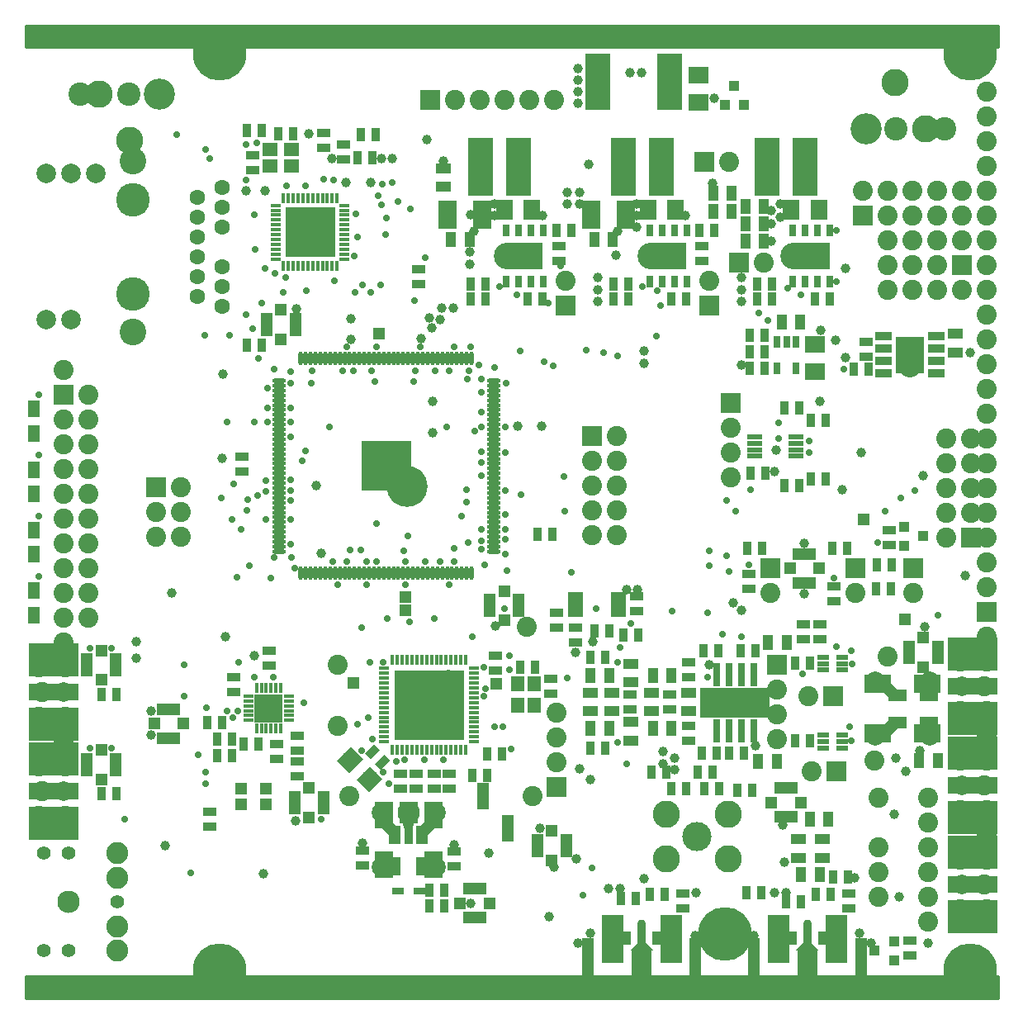
<source format=gts>
G04 #@! TF.GenerationSoftware,KiCad,Pcbnew,5.0.2-bee76a0~70~ubuntu16.04.1*
G04 #@! TF.CreationDate,2019-02-17T19:23:46-08:00*
G04 #@! TF.ProjectId,hermeslite,6865726d-6573-46c6-9974-652e6b696361,2.0-build8*
G04 #@! TF.SameCoordinates,PX42c1d80PY2625a00*
G04 #@! TF.FileFunction,Soldermask,Top*
G04 #@! TF.FilePolarity,Negative*
%FSLAX46Y46*%
G04 Gerber Fmt 4.6, Leading zero omitted, Abs format (unit mm)*
G04 Created by KiCad (PCBNEW 5.0.2-bee76a0~70~ubuntu16.04.1) date Sun 17 Feb 2019 07:23:46 PM PST*
%MOMM*%
%LPD*%
G01*
G04 APERTURE LIST*
%ADD10C,0.700000*%
%ADD11C,2.500000*%
%ADD12R,5.200000X5.200000*%
%ADD13R,0.450000X1.000000*%
%ADD14R,1.000000X0.450000*%
%ADD15R,2.100000X4.480000*%
%ADD16C,0.725000*%
%ADD17C,0.100000*%
%ADD18R,0.900000X1.600000*%
%ADD19R,1.100000X1.450000*%
%ADD20R,1.200000X4.200000*%
%ADD21R,2.200000X5.000000*%
%ADD22O,0.900000X1.600000*%
%ADD23R,12.200000X2.400000*%
%ADD24C,4.200000*%
%ADD25O,0.480000X1.400000*%
%ADD26O,1.400000X0.480000*%
%ADD27C,2.050000*%
%ADD28C,2.000000*%
%ADD29R,5.200000X3.500000*%
%ADD30R,5.200000X1.800000*%
%ADD31C,1.000000*%
%ADD32R,1.343000X0.835000*%
%ADD33C,1.900000*%
%ADD34R,1.200000X1.200000*%
%ADD35R,3.000000X3.000000*%
%ADD36C,3.200000*%
%ADD37R,2.700000X2.700000*%
%ADD38R,7.200000X7.200000*%
%ADD39R,0.800000X2.400000*%
%ADD40R,7.200000X3.140000*%
%ADD41R,0.710000X1.300000*%
%ADD42R,3.700000X2.800000*%
%ADD43C,2.700000*%
%ADD44R,2.050000X2.050000*%
%ADD45R,0.835000X1.343000*%
%ADD46R,1.550000X0.600000*%
%ADD47R,1.597000X1.089000*%
%ADD48R,2.600000X5.900000*%
%ADD49R,1.800000X2.000000*%
%ADD50R,1.089000X1.597000*%
%ADD51R,2.500000X5.800000*%
%ADD52R,1.200000X0.600000*%
%ADD53R,1.400000X1.600000*%
%ADD54C,0.835000*%
%ADD55R,1.978000X2.994000*%
%ADD56C,1.600000*%
%ADD57C,3.450000*%
%ADD58C,2.740000*%
%ADD59R,1.700000X0.850000*%
%ADD60R,2.900000X3.800000*%
%ADD61C,2.200000*%
%ADD62R,1.000000X1.100000*%
%ADD63R,1.100000X1.000000*%
%ADD64R,2.000000X1.800000*%
%ADD65R,1.600000X0.500000*%
%ADD66R,0.800000X1.250000*%
%ADD67C,5.500000*%
%ADD68C,1.800000*%
%ADD69R,1.850000X2.740000*%
%ADD70C,1.391444*%
%ADD71R,1.215000X1.850000*%
%ADD72R,0.960000X1.850000*%
%ADD73C,1.200000*%
%ADD74R,1.850000X2.200000*%
%ADD75C,2.300000*%
%ADD76C,2.800000*%
%ADD77C,3.000000*%
%ADD78R,2.740000X1.850000*%
%ADD79R,1.850000X1.215000*%
%ADD80R,1.600000X1.400000*%
%ADD81R,1.200760X0.799440*%
%ADD82R,1.300000X1.800000*%
%ADD83R,1.250000X2.400000*%
%ADD84R,2.400000X1.250000*%
%ADD85C,2.400000*%
%ADD86C,1.400000*%
%ADD87C,2.250000*%
%ADD88R,1.200000X2.710000*%
%ADD89R,1.280000X1.240000*%
%ADD90C,0.700000*%
%ADD91C,0.700000*%
%ADD92C,0.000000*%
%ADD93C,0.000000*%
%ADD94C,0.254000*%
G04 APERTURE END LIST*
D10*
G04 #@! TO.C,U4*
X27216525Y-20615000D03*
X27216525Y-23415000D03*
D11*
X30616525Y-22615000D03*
D12*
X29316525Y-21315000D03*
D13*
X26566525Y-17815000D03*
X27066525Y-17815000D03*
X27566525Y-17815000D03*
X28066525Y-17815000D03*
X28566525Y-17815000D03*
X29066525Y-17815000D03*
X29566525Y-17815000D03*
X30066525Y-17815000D03*
X30566525Y-17815000D03*
X31066525Y-17815000D03*
X31566525Y-17815000D03*
X32066525Y-17815000D03*
D14*
X32816525Y-18565000D03*
X32816525Y-19065000D03*
X32816525Y-19565000D03*
X32816525Y-20065000D03*
X32816525Y-20565000D03*
X32816525Y-21065000D03*
X32816525Y-21565000D03*
X32816525Y-22065000D03*
X32816525Y-22565000D03*
X32816525Y-23065000D03*
X32816525Y-23565000D03*
X32816525Y-24065000D03*
D13*
X32066525Y-24815000D03*
X31566525Y-24815000D03*
X31066525Y-24815000D03*
X30566525Y-24815000D03*
X30066525Y-24815000D03*
X29566525Y-24815000D03*
X29066525Y-24815000D03*
X28566525Y-24815000D03*
X28066525Y-24815000D03*
X27566525Y-24815000D03*
X27066525Y-24815000D03*
X26566525Y-24815000D03*
D14*
X25816525Y-24065000D03*
X25816525Y-23565000D03*
X25816525Y-23065000D03*
X25816525Y-22565000D03*
X25816525Y-22065000D03*
X25816525Y-21565000D03*
X25816525Y-21065000D03*
X25816525Y-20565000D03*
X25816525Y-20065000D03*
X25816525Y-19565000D03*
X25816525Y-19065000D03*
X25816525Y-18565000D03*
D10*
X30016525Y-20615000D03*
X31416525Y-20615000D03*
X28616525Y-19215000D03*
X30016525Y-19215000D03*
X28616525Y-22015000D03*
X28616525Y-23415000D03*
X31416525Y-19215000D03*
X27216525Y-19215000D03*
X28616525Y-20615000D03*
X27216525Y-22015000D03*
G04 #@! TD*
D15*
G04 #@! TO.C,Q3*
X80300000Y-97000000D03*
D16*
X80300000Y-94600000D03*
D17*
G36*
X79108579Y-94962500D02*
X79833579Y-94237500D01*
X80766421Y-94237500D01*
X81491421Y-94962500D01*
X79108579Y-94962500D01*
X79108579Y-94962500D01*
G37*
D18*
X80300000Y-93700000D03*
D19*
X81900000Y-93700000D03*
D20*
X74800000Y-95800000D03*
X85800000Y-95800000D03*
D21*
X77300000Y-93800000D03*
X83300000Y-93800000D03*
D22*
X80300000Y-92600000D03*
D19*
X78700000Y-93700000D03*
D23*
X80300000Y-98700000D03*
D10*
X85000000Y-98000000D03*
X80300000Y-94500000D03*
X81000000Y-95000000D03*
X79600000Y-95000000D03*
X80300000Y-95500000D03*
X80300000Y-96500000D03*
X79600000Y-96000000D03*
X81000000Y-96000000D03*
X80300000Y-97500000D03*
X79600000Y-97000000D03*
X81000000Y-97000000D03*
X80300000Y-98500000D03*
X84000000Y-98000000D03*
X83000000Y-98000000D03*
X82000000Y-98000000D03*
X81000000Y-98000000D03*
X81000000Y-99000000D03*
X82000000Y-99000000D03*
X83000000Y-99000000D03*
X84000000Y-99000000D03*
X85000000Y-99000000D03*
X79600000Y-99000000D03*
X78600000Y-99000000D03*
X77600000Y-99000000D03*
X76600000Y-99000000D03*
X75600000Y-99000000D03*
X75600000Y-98000000D03*
X76600000Y-98000000D03*
X77600000Y-98000000D03*
X78600000Y-98000000D03*
X79600000Y-98000000D03*
G04 #@! TD*
D15*
G04 #@! TO.C,Q4*
X63300000Y-97000000D03*
D16*
X63300000Y-94600000D03*
D17*
G36*
X62108579Y-94962500D02*
X62833579Y-94237500D01*
X63766421Y-94237500D01*
X64491421Y-94962500D01*
X62108579Y-94962500D01*
X62108579Y-94962500D01*
G37*
D18*
X63300000Y-93700000D03*
D19*
X64900000Y-93700000D03*
D20*
X57800000Y-95800000D03*
X68800000Y-95800000D03*
D21*
X60300000Y-93800000D03*
X66300000Y-93800000D03*
D22*
X63300000Y-92600000D03*
D19*
X61700000Y-93700000D03*
D23*
X63300000Y-98700000D03*
D10*
X68000000Y-98000000D03*
X63300000Y-94500000D03*
X64000000Y-95000000D03*
X62600000Y-95000000D03*
X63300000Y-95500000D03*
X63300000Y-96500000D03*
X62600000Y-96000000D03*
X64000000Y-96000000D03*
X63300000Y-97500000D03*
X62600000Y-97000000D03*
X64000000Y-97000000D03*
X63300000Y-98500000D03*
X67000000Y-98000000D03*
X66000000Y-98000000D03*
X65000000Y-98000000D03*
X64000000Y-98000000D03*
X64000000Y-99000000D03*
X65000000Y-99000000D03*
X66000000Y-99000000D03*
X67000000Y-99000000D03*
X68000000Y-99000000D03*
X62600000Y-99000000D03*
X61600000Y-99000000D03*
X60600000Y-99000000D03*
X59600000Y-99000000D03*
X58600000Y-99000000D03*
X58600000Y-98000000D03*
X59600000Y-98000000D03*
X60600000Y-98000000D03*
X61600000Y-98000000D03*
X62600000Y-98000000D03*
G04 #@! TD*
G04 #@! TO.C,U2*
X35600000Y-46800000D03*
D12*
X37100000Y-45300000D03*
D24*
X39200000Y-47400000D03*
D25*
X45850000Y-56300000D03*
X45350000Y-56300000D03*
X44850000Y-56300000D03*
X44350000Y-56300000D03*
X43850000Y-56300000D03*
X43350000Y-56300000D03*
X42850000Y-56300000D03*
X42350000Y-56300000D03*
X41850000Y-56300000D03*
X41350000Y-56300000D03*
X40850000Y-56300000D03*
X40350000Y-56300000D03*
X39850000Y-56300000D03*
X39350000Y-56300000D03*
X38850000Y-56300000D03*
X38350000Y-56300000D03*
X37850000Y-56300000D03*
X37350000Y-56300000D03*
X36850000Y-56300000D03*
X36350000Y-56300000D03*
X35850000Y-56300000D03*
X35350000Y-56300000D03*
X34850000Y-56300000D03*
X34350000Y-56300000D03*
X33850000Y-56300000D03*
X33350000Y-56300000D03*
X32850000Y-56300000D03*
X32350000Y-56300000D03*
X31850000Y-56300000D03*
X31350000Y-56300000D03*
X30850000Y-56300000D03*
X30350000Y-56300000D03*
X29850000Y-56300000D03*
X29350000Y-56300000D03*
X28850000Y-56300000D03*
X28350000Y-56300000D03*
D26*
X26100000Y-54050000D03*
X26100000Y-53550000D03*
X26100000Y-53050000D03*
X26100000Y-52550000D03*
X26100000Y-52050000D03*
X26100000Y-51550000D03*
X26100000Y-51050000D03*
X26100000Y-50550000D03*
X26100000Y-50050000D03*
X26100000Y-49550000D03*
X26100000Y-49050000D03*
X26100000Y-48550000D03*
X26100000Y-48050000D03*
X26100000Y-47550000D03*
X26100000Y-47050000D03*
X26100000Y-46550000D03*
X26100000Y-46050000D03*
X26100000Y-45550000D03*
X26100000Y-45050000D03*
X26100000Y-44550000D03*
X26100000Y-44050000D03*
X26100000Y-43550000D03*
X26100000Y-43050000D03*
X26100000Y-42550000D03*
X26100000Y-42050000D03*
X26100000Y-41550000D03*
X26100000Y-41050000D03*
X26100000Y-40550000D03*
X26100000Y-40050000D03*
X26100000Y-39550000D03*
X26100000Y-39050000D03*
X26100000Y-38550000D03*
X26100000Y-38050000D03*
X26100000Y-37550000D03*
X26100000Y-37050000D03*
X26100000Y-36550000D03*
D25*
X28350000Y-34300000D03*
X28850000Y-34300000D03*
X29350000Y-34300000D03*
X29850000Y-34300000D03*
X30350000Y-34300000D03*
X30850000Y-34300000D03*
X31350000Y-34300000D03*
X31850000Y-34300000D03*
X32350000Y-34300000D03*
X32850000Y-34300000D03*
X33350000Y-34300000D03*
X33850000Y-34300000D03*
X34350000Y-34300000D03*
X34850000Y-34300000D03*
X35350000Y-34300000D03*
X35850000Y-34300000D03*
X36350000Y-34300000D03*
X36850000Y-34300000D03*
X37350000Y-34300000D03*
X37850000Y-34300000D03*
X38350000Y-34300000D03*
X38850000Y-34300000D03*
X39350000Y-34300000D03*
X39850000Y-34300000D03*
X40350000Y-34300000D03*
X40850000Y-34300000D03*
X41350000Y-34300000D03*
X41850000Y-34300000D03*
X42350000Y-34300000D03*
X42850000Y-34300000D03*
X43350000Y-34300000D03*
X43850000Y-34300000D03*
X44350000Y-34300000D03*
X44850000Y-34300000D03*
X45350000Y-34300000D03*
X45850000Y-34300000D03*
D26*
X48100000Y-36550000D03*
X48100000Y-37050000D03*
X48100000Y-37550000D03*
X48100000Y-38050000D03*
X48100000Y-38550000D03*
X48100000Y-39050000D03*
X48100000Y-39550000D03*
X48100000Y-40050000D03*
X48100000Y-40550000D03*
X48100000Y-41050000D03*
X48100000Y-41550000D03*
X48100000Y-42050000D03*
X48100000Y-42550000D03*
X48100000Y-43050000D03*
X48100000Y-43550000D03*
X48100000Y-44050000D03*
X48100000Y-44550000D03*
X48100000Y-45050000D03*
X48100000Y-45550000D03*
X48100000Y-46050000D03*
X48100000Y-46550000D03*
X48100000Y-47050000D03*
X48100000Y-47550000D03*
X48100000Y-48050000D03*
X48100000Y-48550000D03*
X48100000Y-49050000D03*
X48100000Y-49550000D03*
X48100000Y-50050000D03*
X48100000Y-50550000D03*
X48100000Y-51050000D03*
X48100000Y-51550000D03*
X48100000Y-52050000D03*
X48100000Y-52550000D03*
X48100000Y-53050000D03*
X48100000Y-53550000D03*
X48100000Y-54050000D03*
D10*
X37100000Y-43800000D03*
X35600000Y-43800000D03*
X38600000Y-45300000D03*
X35600000Y-45300000D03*
X37100000Y-45300000D03*
X37100000Y-46800000D03*
X38600000Y-43800000D03*
G04 #@! TD*
D27*
G04 #@! TO.C,RF2*
X98700000Y-83120000D03*
D28*
X96160000Y-88200000D03*
D27*
X96005000Y-85660000D03*
X96005000Y-90740000D03*
X98700000Y-90740000D03*
X98700000Y-85660000D03*
X98415000Y-88200000D03*
D29*
X97200000Y-84900000D03*
X97200000Y-91500000D03*
D30*
X97200000Y-88200000D03*
G04 #@! TD*
D27*
G04 #@! TO.C,RF3*
X98700000Y-72960000D03*
D28*
X96160000Y-78040000D03*
D27*
X96005000Y-75500000D03*
X96005000Y-80580000D03*
X98700000Y-80580000D03*
X98700000Y-75500000D03*
X98415000Y-78040000D03*
D29*
X97200000Y-74740000D03*
X97200000Y-81340000D03*
D30*
X97200000Y-78040000D03*
G04 #@! TD*
D27*
G04 #@! TO.C,RF1*
X98700000Y-62800000D03*
D28*
X96160000Y-67880000D03*
D27*
X96005000Y-65340000D03*
X96005000Y-70420000D03*
X98700000Y-70420000D03*
X98700000Y-65340000D03*
X98415000Y-67880000D03*
D29*
X97200000Y-64580000D03*
X97200000Y-71180000D03*
D30*
X97200000Y-67880000D03*
G04 #@! TD*
D28*
G04 #@! TO.C,CL2*
X4040000Y-68440000D03*
D27*
X4195000Y-70980000D03*
X4195000Y-65900000D03*
X1500000Y-65900000D03*
X1500000Y-70980000D03*
X1785000Y-68440000D03*
D29*
X3000000Y-71740000D03*
X3000000Y-65140000D03*
D30*
X3000000Y-68440000D03*
D27*
X4040000Y-63360000D03*
G04 #@! TD*
D28*
G04 #@! TO.C,CL1*
X4040000Y-78600000D03*
D27*
X4195000Y-81140000D03*
X4195000Y-76060000D03*
X1500000Y-76060000D03*
X1500000Y-81140000D03*
X1785000Y-78600000D03*
D29*
X3000000Y-81900000D03*
X3000000Y-75300000D03*
D30*
X3000000Y-78600000D03*
D27*
X4040000Y-73520000D03*
G04 #@! TD*
D31*
G04 #@! TO.C,GT1*
X20400000Y-35900000D03*
G04 #@! TD*
D32*
G04 #@! TO.C,R45*
X25100000Y-64238000D03*
X25100000Y-65762000D03*
G04 #@! TD*
D33*
G04 #@! TO.C,U6*
X24555000Y-70620715D03*
D10*
X26055000Y-71120715D03*
X26055000Y-69120715D03*
X26055000Y-70220715D03*
X24955000Y-69120715D03*
X24055000Y-69120715D03*
D34*
X25755000Y-69420715D03*
X25755000Y-70820715D03*
X24355000Y-69420715D03*
D13*
X23805000Y-72220715D03*
X24305000Y-72220715D03*
X24805000Y-72220715D03*
X25305000Y-72220715D03*
X25805000Y-72220715D03*
X26305000Y-72220715D03*
D14*
X27155000Y-71370715D03*
X27155000Y-70870715D03*
X27155000Y-70370715D03*
X27155000Y-69870715D03*
X27155000Y-69370715D03*
X27155000Y-68870715D03*
D13*
X26305000Y-68020715D03*
X25805000Y-68020715D03*
X25305000Y-68020715D03*
X24805000Y-68020715D03*
X24305000Y-68020715D03*
X23805000Y-68020715D03*
D14*
X22955000Y-68870715D03*
X22955000Y-69370715D03*
X22955000Y-69870715D03*
X22955000Y-70370715D03*
X22955000Y-70870715D03*
X22955000Y-71370715D03*
D35*
X25055000Y-70120715D03*
D34*
X24355000Y-70820715D03*
D10*
X25555000Y-69620715D03*
G04 #@! TD*
D36*
G04 #@! TO.C,U7*
X43500000Y-67800000D03*
D10*
X44500000Y-72800000D03*
X44500000Y-71300000D03*
X43000000Y-72800000D03*
X43000000Y-71300000D03*
X38500000Y-72800000D03*
X40000000Y-72800000D03*
X40000000Y-66800000D03*
X38500000Y-66800000D03*
X38500000Y-68300000D03*
X40000000Y-68300000D03*
X40000000Y-71300000D03*
X38500000Y-71300000D03*
X38500000Y-69800000D03*
X40000000Y-69800000D03*
X44500000Y-69800000D03*
X43000000Y-69800000D03*
X41500000Y-66800000D03*
X41500000Y-68300000D03*
X41500000Y-72800000D03*
X41500000Y-71300000D03*
D37*
X43250000Y-71550000D03*
X39750000Y-71550000D03*
X39750000Y-68050000D03*
D13*
X45250000Y-65200000D03*
X44750000Y-65200000D03*
X44250000Y-65200000D03*
X43750000Y-65200000D03*
X43250000Y-65200000D03*
X42750000Y-65200000D03*
X42250000Y-65200000D03*
X41750000Y-65200000D03*
X41250000Y-65200000D03*
X40750000Y-65200000D03*
X40250000Y-65200000D03*
X39750000Y-65200000D03*
X39250000Y-65200000D03*
X38750000Y-65200000D03*
X38250000Y-65200000D03*
X37750000Y-65200000D03*
D14*
X36900000Y-66050000D03*
X36900000Y-66550000D03*
X36900000Y-67050000D03*
X36900000Y-67550000D03*
X36900000Y-68050000D03*
X36900000Y-68550000D03*
X36900000Y-69050000D03*
X36900000Y-69550000D03*
X36900000Y-70050000D03*
X36900000Y-70550000D03*
X36900000Y-71050000D03*
X36900000Y-71550000D03*
X36900000Y-72050000D03*
X36900000Y-72550000D03*
X36900000Y-73050000D03*
X36900000Y-73550000D03*
D13*
X37750000Y-74400000D03*
X38250000Y-74400000D03*
X38750000Y-74400000D03*
X39250000Y-74400000D03*
X39750000Y-74400000D03*
X40250000Y-74400000D03*
X40750000Y-74400000D03*
X41250000Y-74400000D03*
X41750000Y-74400000D03*
X42250000Y-74400000D03*
X42750000Y-74400000D03*
X43250000Y-74400000D03*
X43750000Y-74400000D03*
X44250000Y-74400000D03*
X44750000Y-74400000D03*
X45250000Y-74400000D03*
D14*
X46100000Y-73550000D03*
X46100000Y-73050000D03*
X46100000Y-72550000D03*
X46100000Y-72050000D03*
X46100000Y-71550000D03*
X46100000Y-71050000D03*
X46100000Y-70550000D03*
X46100000Y-70050000D03*
X46100000Y-69550000D03*
X46100000Y-69050000D03*
X46100000Y-68550000D03*
X46100000Y-68050000D03*
X46100000Y-67550000D03*
X46100000Y-67050000D03*
X46100000Y-66550000D03*
X46100000Y-66050000D03*
D38*
X41500000Y-69800000D03*
D37*
X43250000Y-68050000D03*
D10*
X41500000Y-69800000D03*
G04 #@! TD*
G04 #@! TO.C,U9*
X71395000Y-70325000D03*
X74395000Y-70325000D03*
X71395000Y-68825000D03*
D33*
X74700000Y-68950000D03*
D10*
X72895000Y-70325000D03*
D39*
X74800000Y-66700000D03*
X73530000Y-66700000D03*
X72260000Y-66700000D03*
X70990000Y-66700000D03*
X70990000Y-72450000D03*
X72260000Y-72450000D03*
X73530000Y-72450000D03*
X74800000Y-72450000D03*
D40*
X72895000Y-69575000D03*
D10*
X72895000Y-68825000D03*
G04 #@! TD*
G04 #@! TO.C,U16*
X52500000Y-23750000D03*
D41*
X49395000Y-21100000D03*
X49395000Y-26400000D03*
X50665000Y-21100000D03*
X50665000Y-26400000D03*
X51935000Y-21100000D03*
X51935000Y-26400000D03*
X53205000Y-21100000D03*
X53205000Y-26400000D03*
D42*
X51300000Y-23750000D03*
D43*
X49500000Y-23750000D03*
D10*
X51500000Y-23750000D03*
G04 #@! TD*
G04 #@! TO.C,U3*
X67200000Y-23750000D03*
D41*
X64095000Y-21100000D03*
X64095000Y-26400000D03*
X65365000Y-21100000D03*
X65365000Y-26400000D03*
X66635000Y-21100000D03*
X66635000Y-26400000D03*
X67905000Y-21100000D03*
X67905000Y-26400000D03*
D42*
X66000000Y-23750000D03*
D43*
X64200000Y-23750000D03*
D10*
X66200000Y-23750000D03*
G04 #@! TD*
G04 #@! TO.C,U8*
X81900000Y-23750000D03*
D41*
X78795000Y-21100000D03*
X78795000Y-26400000D03*
X80065000Y-21100000D03*
X80065000Y-26400000D03*
X81335000Y-21100000D03*
X81335000Y-26400000D03*
X82605000Y-21100000D03*
X82605000Y-26400000D03*
D42*
X80700000Y-23750000D03*
D43*
X78900000Y-23750000D03*
D10*
X80900000Y-23750000D03*
G04 #@! TD*
D44*
G04 #@! TO.C,CN10*
X76500000Y-55800000D03*
D27*
X76500000Y-58340000D03*
G04 #@! TD*
D44*
G04 #@! TO.C,CN9*
X85200000Y-55800000D03*
D27*
X85200000Y-58340000D03*
G04 #@! TD*
D44*
G04 #@! TO.C,CN8*
X91100000Y-55800000D03*
D27*
X91100000Y-58340000D03*
G04 #@! TD*
D32*
G04 #@! TO.C,C80*
X74300000Y-56338000D03*
X74300000Y-57862000D03*
G04 #@! TD*
G04 #@! TO.C,C79*
X83000000Y-57638000D03*
X83000000Y-59162000D03*
G04 #@! TD*
D45*
G04 #@! TO.C,C47*
X87338000Y-57900000D03*
X88862000Y-57900000D03*
G04 #@! TD*
G04 #@! TO.C,C83*
X79462000Y-47300000D03*
X77938000Y-47300000D03*
G04 #@! TD*
G04 #@! TO.C,C82*
X79462000Y-39300000D03*
X77938000Y-39300000D03*
G04 #@! TD*
D46*
G04 #@! TO.C,U13*
X74850000Y-44275000D03*
X79150000Y-44275000D03*
X74850000Y-43625000D03*
X79150000Y-43625000D03*
X74850000Y-42975000D03*
X79150000Y-42975000D03*
X74850000Y-42325000D03*
X79150000Y-42325000D03*
G04 #@! TD*
D44*
G04 #@! TO.C,DB17*
X72400000Y-38800000D03*
D27*
X72400000Y-41340000D03*
X72400000Y-43880000D03*
X72400000Y-46420000D03*
G04 #@! TD*
D45*
G04 #@! TO.C,B94*
X74438000Y-46000000D03*
X75962000Y-46000000D03*
G04 #@! TD*
D32*
G04 #@! TO.C,B108*
X62800000Y-58638000D03*
X62800000Y-60162000D03*
G04 #@! TD*
G04 #@! TO.C,FB14*
X79900000Y-63062000D03*
X79900000Y-61538000D03*
G04 #@! TD*
G04 #@! TO.C,B66*
X81600000Y-61538000D03*
X81600000Y-63062000D03*
G04 #@! TD*
G04 #@! TO.C,R125*
X88700000Y-53362000D03*
X88700000Y-51838000D03*
G04 #@! TD*
D45*
G04 #@! TO.C,R102*
X85038000Y-35400000D03*
X86562000Y-35400000D03*
G04 #@! TD*
D32*
G04 #@! TO.C,R91*
X86300000Y-32538000D03*
X86300000Y-34062000D03*
G04 #@! TD*
D47*
G04 #@! TO.C,C46*
X95500000Y-31747500D03*
X95500000Y-33652500D03*
G04 #@! TD*
D45*
G04 #@! TO.C,FB15*
X74338000Y-31900000D03*
X75862000Y-31900000D03*
G04 #@! TD*
D44*
G04 #@! TO.C,DB27*
X86000000Y-19620000D03*
D27*
X86000000Y-17080000D03*
G04 #@! TD*
D45*
G04 #@! TO.C,R46*
X81038000Y-28200000D03*
X82562000Y-28200000D03*
G04 #@! TD*
G04 #@! TO.C,R19*
X75138000Y-26600000D03*
X76662000Y-26600000D03*
G04 #@! TD*
D48*
G04 #@! TO.C,L3*
X80050000Y-14600000D03*
X76150000Y-14600000D03*
G04 #@! TD*
D44*
G04 #@! TO.C,DB14*
X73300000Y-24400000D03*
D27*
X75840000Y-24400000D03*
G04 #@! TD*
D49*
G04 #@! TO.C,C33*
X81450000Y-19000000D03*
X78650000Y-19000000D03*
G04 #@! TD*
D50*
G04 #@! TO.C,C32*
X72552500Y-19200000D03*
X70647500Y-19200000D03*
G04 #@! TD*
G04 #@! TO.C,C31*
X72552500Y-17300000D03*
X70647500Y-17300000D03*
G04 #@! TD*
G04 #@! TO.C,C30*
X73947500Y-22200000D03*
X75852500Y-22200000D03*
G04 #@! TD*
G04 #@! TO.C,C29*
X73947500Y-20500000D03*
X75852500Y-20500000D03*
G04 #@! TD*
G04 #@! TO.C,C28*
X73947500Y-18700000D03*
X75852500Y-18700000D03*
G04 #@! TD*
D45*
G04 #@! TO.C,C27*
X75138000Y-28200000D03*
X76662000Y-28200000D03*
G04 #@! TD*
D44*
G04 #@! TO.C,DB11*
X55500000Y-28800000D03*
D27*
X55500000Y-26260000D03*
G04 #@! TD*
D44*
G04 #@! TO.C,DB8*
X70200000Y-28800000D03*
D27*
X70200000Y-26260000D03*
G04 #@! TD*
D51*
G04 #@! TO.C,F1*
X58800000Y-5900000D03*
X66200000Y-5900000D03*
G04 #@! TD*
D50*
G04 #@! TO.C,C81*
X91747500Y-75500000D03*
X93652500Y-75500000D03*
G04 #@! TD*
D44*
G04 #@! TO.C,DB23*
X83300000Y-76600000D03*
D27*
X80760000Y-76600000D03*
G04 #@! TD*
D44*
G04 #@! TO.C,DB20*
X82900000Y-68900000D03*
D27*
X80360000Y-68900000D03*
G04 #@! TD*
D52*
G04 #@! TO.C,U11*
X83900000Y-74200000D03*
X83900000Y-73550000D03*
X83900000Y-72900000D03*
X81950000Y-72900000D03*
X81950000Y-73550000D03*
X81950000Y-74200000D03*
G04 #@! TD*
G04 #@! TO.C,U10*
X83900000Y-66200000D03*
X83900000Y-65550000D03*
X83900000Y-64900000D03*
X81950000Y-64900000D03*
X81950000Y-65550000D03*
X81950000Y-66200000D03*
G04 #@! TD*
D50*
G04 #@! TO.C,R62*
X77152500Y-75600000D03*
X75247500Y-75600000D03*
G04 #@! TD*
G04 #@! TO.C,R52*
X78152500Y-63400000D03*
X76247500Y-63400000D03*
G04 #@! TD*
D45*
G04 #@! TO.C,B77*
X80562000Y-73500000D03*
X79038000Y-73500000D03*
G04 #@! TD*
G04 #@! TO.C,B70*
X80562000Y-65500000D03*
X79038000Y-65500000D03*
G04 #@! TD*
D44*
G04 #@! TO.C,DB3*
X54600000Y-78200000D03*
D27*
X54600000Y-75660000D03*
X54600000Y-73120000D03*
X54600000Y-70580000D03*
G04 #@! TD*
D45*
G04 #@! TO.C,B100*
X64338000Y-76700000D03*
X65862000Y-76700000D03*
G04 #@! TD*
G04 #@! TO.C,B99*
X84412000Y-87400000D03*
X82888000Y-87400000D03*
G04 #@! TD*
G04 #@! TO.C,B97*
X78138000Y-90000000D03*
X79662000Y-90000000D03*
G04 #@! TD*
D47*
G04 #@! TO.C,R100*
X79400000Y-85452500D03*
X79400000Y-83547500D03*
G04 #@! TD*
D50*
G04 #@! TO.C,R98*
X79647500Y-87200000D03*
X81552500Y-87200000D03*
G04 #@! TD*
G04 #@! TO.C,R97*
X80547500Y-81500000D03*
X82452500Y-81500000D03*
G04 #@! TD*
D47*
G04 #@! TO.C,R94*
X81800000Y-85452500D03*
X81800000Y-83547500D03*
G04 #@! TD*
D45*
G04 #@! TO.C,B106*
X74038000Y-89000000D03*
X75562000Y-89000000D03*
G04 #@! TD*
G04 #@! TO.C,B105*
X61138000Y-89600000D03*
X62662000Y-89600000D03*
G04 #@! TD*
G04 #@! TO.C,B103*
X71262000Y-78400000D03*
X69738000Y-78400000D03*
G04 #@! TD*
G04 #@! TO.C,B102*
X66338000Y-78400000D03*
X67862000Y-78400000D03*
G04 #@! TD*
G04 #@! TO.C,B101*
X70562000Y-76700000D03*
X69038000Y-76700000D03*
G04 #@! TD*
D44*
G04 #@! TO.C,DB2*
X77200000Y-65700000D03*
D27*
X77200000Y-68240000D03*
X77200000Y-70780000D03*
X77200000Y-73320000D03*
G04 #@! TD*
D45*
G04 #@! TO.C,R63*
X70962000Y-74700000D03*
X69438000Y-74700000D03*
G04 #@! TD*
G04 #@! TO.C,R59*
X73762000Y-74700000D03*
X72238000Y-74700000D03*
G04 #@! TD*
G04 #@! TO.C,R56*
X74962000Y-64200000D03*
X73438000Y-64200000D03*
G04 #@! TD*
G04 #@! TO.C,R51*
X71162000Y-64200000D03*
X69638000Y-64200000D03*
G04 #@! TD*
G04 #@! TO.C,R64*
X59562000Y-74200000D03*
X58038000Y-74200000D03*
G04 #@! TD*
D32*
G04 #@! TO.C,R58*
X66200000Y-70262000D03*
X66200000Y-68738000D03*
G04 #@! TD*
G04 #@! TO.C,R57*
X62100000Y-70262000D03*
X62100000Y-68738000D03*
G04 #@! TD*
D45*
G04 #@! TO.C,R50*
X58038000Y-64900000D03*
X59562000Y-64900000D03*
G04 #@! TD*
D50*
G04 #@! TO.C,L9*
X66352500Y-72200000D03*
X64447500Y-72200000D03*
G04 #@! TD*
D47*
G04 #@! TO.C,L8*
X62200000Y-73452500D03*
X62200000Y-71547500D03*
G04 #@! TD*
D50*
G04 #@! TO.C,L7*
X59952500Y-72200000D03*
X58047500Y-72200000D03*
G04 #@! TD*
G04 #@! TO.C,L6*
X64447500Y-66800000D03*
X66352500Y-66800000D03*
G04 #@! TD*
D47*
G04 #@! TO.C,L5*
X62200000Y-67452500D03*
X62200000Y-65547500D03*
G04 #@! TD*
D50*
G04 #@! TO.C,L4*
X58047500Y-66800000D03*
X59952500Y-66800000D03*
G04 #@! TD*
D47*
G04 #@! TO.C,C52*
X68100000Y-68547500D03*
X68100000Y-70452500D03*
G04 #@! TD*
G04 #@! TO.C,C51*
X64300000Y-68547500D03*
X64300000Y-70452500D03*
G04 #@! TD*
G04 #@! TO.C,C50*
X60200000Y-68547500D03*
X60200000Y-70452500D03*
G04 #@! TD*
G04 #@! TO.C,C49*
X58000000Y-68547500D03*
X58000000Y-70452500D03*
G04 #@! TD*
D32*
G04 #@! TO.C,B78*
X68100000Y-73462000D03*
X68100000Y-71938000D03*
G04 #@! TD*
G04 #@! TO.C,B68*
X68100000Y-65438000D03*
X68100000Y-66962000D03*
G04 #@! TD*
D49*
G04 #@! TO.C,C23*
X52050000Y-19000000D03*
X49250000Y-19000000D03*
G04 #@! TD*
G04 #@! TO.C,C17*
X66750000Y-19000000D03*
X63950000Y-19000000D03*
G04 #@! TD*
D32*
G04 #@! TO.C,R17*
X22300000Y-44338000D03*
X22300000Y-45862000D03*
G04 #@! TD*
D45*
G04 #@! TO.C,J16*
X43062000Y-90400000D03*
X41538000Y-90400000D03*
G04 #@! TD*
D32*
G04 #@! TO.C,J12*
X44100000Y-86362000D03*
X44100000Y-84838000D03*
G04 #@! TD*
G04 #@! TO.C,B84*
X38600000Y-78362000D03*
X38600000Y-76838000D03*
G04 #@! TD*
G04 #@! TO.C,B83*
X40200000Y-78362000D03*
X40200000Y-76838000D03*
G04 #@! TD*
D53*
G04 #@! TO.C,X3*
X52250000Y-69800000D03*
X52250000Y-67600000D03*
X50550000Y-67600000D03*
X50550000Y-69800000D03*
G04 #@! TD*
D32*
G04 #@! TO.C,C59*
X54000000Y-68662000D03*
X54000000Y-67138000D03*
G04 #@! TD*
D45*
G04 #@! TO.C,C58*
X50838000Y-65900000D03*
X52362000Y-65900000D03*
G04 #@! TD*
G04 #@! TO.C,J8*
X47462000Y-77000000D03*
X45938000Y-77000000D03*
G04 #@! TD*
G04 #@! TO.C,J7*
X48962000Y-74800000D03*
X47438000Y-74800000D03*
G04 #@! TD*
D34*
G04 #@! TO.C,TP6*
X48400000Y-67600000D03*
G04 #@! TD*
G04 #@! TO.C,TP5*
X33700000Y-67500000D03*
G04 #@! TD*
D32*
G04 #@! TO.C,R69*
X42000000Y-78362000D03*
X42000000Y-76838000D03*
G04 #@! TD*
G04 #@! TO.C,J10*
X48300000Y-64738000D03*
X48300000Y-66262000D03*
G04 #@! TD*
G04 #@! TO.C,B85*
X43600000Y-76838000D03*
X43600000Y-78362000D03*
G04 #@! TD*
D54*
G04 #@! TO.C,B73*
X36738815Y-75638815D03*
D17*
G36*
X37508854Y-75459210D02*
X36559210Y-76408854D01*
X35968776Y-75818420D01*
X36918420Y-74868776D01*
X37508854Y-75459210D01*
X37508854Y-75459210D01*
G37*
D54*
X35661185Y-74561185D03*
D17*
G36*
X36431224Y-74381580D02*
X35481580Y-75331224D01*
X34891146Y-74740790D01*
X35840790Y-73791146D01*
X36431224Y-74381580D01*
X36431224Y-74381580D01*
G37*
G04 #@! TD*
D45*
G04 #@! TO.C,R16*
X54538000Y-21100000D03*
X56062000Y-21100000D03*
G04 #@! TD*
G04 #@! TO.C,R15*
X51638000Y-28200000D03*
X53162000Y-28200000D03*
G04 #@! TD*
G04 #@! TO.C,R14*
X45738000Y-26600000D03*
X47262000Y-26600000D03*
G04 #@! TD*
D48*
G04 #@! TO.C,L2*
X50650000Y-14600000D03*
X46750000Y-14600000D03*
G04 #@! TD*
D32*
G04 #@! TO.C,J11*
X54800000Y-24262000D03*
X54800000Y-22738000D03*
G04 #@! TD*
D55*
G04 #@! TO.C,C22*
X43422000Y-19500000D03*
X46978000Y-19500000D03*
G04 #@! TD*
D50*
G04 #@! TO.C,C21*
X43747500Y-22100000D03*
X45652500Y-22100000D03*
G04 #@! TD*
D47*
G04 #@! TO.C,C20*
X43000000Y-16652500D03*
X43000000Y-14747500D03*
G04 #@! TD*
D45*
G04 #@! TO.C,C19*
X45738000Y-28200000D03*
X47262000Y-28200000D03*
G04 #@! TD*
D48*
G04 #@! TO.C,L1*
X65350000Y-14600000D03*
X61450000Y-14600000D03*
G04 #@! TD*
D45*
G04 #@! TO.C,R13*
X69238000Y-21100000D03*
X70762000Y-21100000D03*
G04 #@! TD*
G04 #@! TO.C,R12*
X66338000Y-28200000D03*
X67862000Y-28200000D03*
G04 #@! TD*
G04 #@! TO.C,R11*
X60438000Y-26600000D03*
X61962000Y-26600000D03*
G04 #@! TD*
D32*
G04 #@! TO.C,J2*
X69500000Y-24262000D03*
X69500000Y-22738000D03*
G04 #@! TD*
D55*
G04 #@! TO.C,C16*
X58122000Y-19500000D03*
X61678000Y-19500000D03*
G04 #@! TD*
D50*
G04 #@! TO.C,C14*
X58447500Y-22100000D03*
X60352500Y-22100000D03*
G04 #@! TD*
D45*
G04 #@! TO.C,C13*
X60438000Y-28200000D03*
X61962000Y-28200000D03*
G04 #@! TD*
D32*
G04 #@! TO.C,R42*
X21500000Y-66938000D03*
X21500000Y-68462000D03*
G04 #@! TD*
D45*
G04 #@! TO.C,R41*
X18738000Y-71600000D03*
X20262000Y-71600000D03*
G04 #@! TD*
G04 #@! TO.C,R40*
X22438000Y-73800000D03*
X23962000Y-73800000D03*
G04 #@! TD*
G04 #@! TO.C,R39*
X21262000Y-73300000D03*
X19738000Y-73300000D03*
G04 #@! TD*
D32*
G04 #@! TO.C,R38*
X19000000Y-80738000D03*
X19000000Y-82262000D03*
G04 #@! TD*
D45*
G04 #@! TO.C,J4*
X19738000Y-75000000D03*
X21262000Y-75000000D03*
G04 #@! TD*
D32*
G04 #@! TO.C,C42*
X28000000Y-75538000D03*
X28000000Y-77062000D03*
G04 #@! TD*
G04 #@! TO.C,B57*
X25900000Y-75362000D03*
X25900000Y-73838000D03*
G04 #@! TD*
G04 #@! TO.C,B63*
X28000000Y-72938000D03*
X28000000Y-74462000D03*
G04 #@! TD*
D45*
G04 #@! TO.C,B1*
X52638000Y-52300000D03*
X54162000Y-52300000D03*
G04 #@! TD*
D44*
G04 #@! TO.C,CN1*
X58230000Y-42220000D03*
D27*
X60770000Y-42220000D03*
X58230000Y-44760000D03*
X60770000Y-44760000D03*
X58230000Y-47300000D03*
X60770000Y-47300000D03*
X58230000Y-49840000D03*
X60770000Y-49840000D03*
X58230000Y-52380000D03*
X60770000Y-52380000D03*
G04 #@! TD*
D45*
G04 #@! TO.C,FB11*
X35662000Y-13700000D03*
X34138000Y-13700000D03*
G04 #@! TD*
G04 #@! TO.C,FB9*
X36062000Y-11300000D03*
X34538000Y-11300000D03*
G04 #@! TD*
D32*
G04 #@! TO.C,C40*
X32700000Y-13862000D03*
X32700000Y-12338000D03*
G04 #@! TD*
G04 #@! TO.C,C38*
X30700000Y-11138000D03*
X30700000Y-12662000D03*
G04 #@! TD*
D45*
G04 #@! TO.C,C37*
X27562000Y-11200000D03*
X26038000Y-11200000D03*
G04 #@! TD*
D32*
G04 #@! TO.C,C36*
X23400000Y-14962000D03*
X23400000Y-13438000D03*
G04 #@! TD*
D56*
G04 #@! TO.C,CN3*
X17700000Y-27880000D03*
X17700000Y-25850000D03*
X17700000Y-23820000D03*
X17700000Y-21780000D03*
X17700000Y-19750000D03*
X17700000Y-17720000D03*
X20240000Y-28900000D03*
X20240000Y-26870000D03*
X20240000Y-24840000D03*
X20240000Y-20760000D03*
X20240000Y-18730000D03*
X20240000Y-16700000D03*
D28*
X4750000Y-30320000D03*
X2210000Y-30320000D03*
X7290000Y-15280000D03*
X4750000Y-15280000D03*
X2210000Y-15280000D03*
D57*
X11100000Y-27625000D03*
X11100000Y-17975000D03*
D58*
X11100000Y-31590000D03*
X11100000Y-14010000D03*
G04 #@! TD*
D31*
G04 #@! TO.C,GT2*
X24500000Y-87100000D03*
G04 #@! TD*
G04 #@! TO.C,GT3*
X15100000Y-58300000D03*
G04 #@! TD*
G04 #@! TO.C,GT4*
X85800000Y-43900000D03*
G04 #@! TD*
D10*
G04 #@! TO.C,U12*
X90200000Y-32900000D03*
D59*
X88100000Y-31995000D03*
X88100000Y-33265000D03*
X88100000Y-34535000D03*
X88100000Y-35805000D03*
X93500000Y-35805000D03*
X93500000Y-34535000D03*
X93500000Y-33265000D03*
X93500000Y-31995000D03*
D60*
X90800000Y-33900000D03*
D10*
X91400000Y-32900000D03*
D61*
X90800000Y-35100000D03*
G04 #@! TD*
D34*
G04 #@! TO.C,TP2*
X36400000Y-31700000D03*
G04 #@! TD*
D62*
G04 #@! TO.C,Q1*
X71850000Y-8300000D03*
X72800000Y-6300000D03*
X73750000Y-8300000D03*
G04 #@! TD*
D63*
G04 #@! TO.C,Q5*
X90200000Y-51550000D03*
X92200000Y-52500000D03*
X90200000Y-53450000D03*
G04 #@! TD*
D27*
G04 #@! TO.C,DB21*
X88500000Y-64800000D03*
G04 #@! TD*
G04 #@! TO.C,DB25*
X87200000Y-75500000D03*
G04 #@! TD*
D32*
G04 #@! TO.C,B118*
X90800000Y-95462000D03*
X90800000Y-93938000D03*
G04 #@! TD*
D63*
G04 #@! TO.C,Q6*
X89200000Y-95950000D03*
X87200000Y-95000000D03*
X89200000Y-94050000D03*
G04 #@! TD*
D64*
G04 #@! TO.C,C86*
X69100000Y-5200000D03*
X69100000Y-8000000D03*
G04 #@! TD*
D45*
G04 #@! TO.C,R124*
X74338000Y-33600000D03*
X75862000Y-33600000D03*
G04 #@! TD*
D34*
G04 #@! TO.C,TP7*
X39100000Y-58700000D03*
G04 #@! TD*
G04 #@! TO.C,TP8*
X39100000Y-60100000D03*
G04 #@! TD*
D65*
G04 #@! TO.C,U15*
X60900000Y-58500000D03*
X56500000Y-58500000D03*
X60900000Y-59000000D03*
X56500000Y-59000000D03*
X60900000Y-59500000D03*
X56500000Y-59500000D03*
X60900000Y-60000000D03*
X56500000Y-60000000D03*
X60900000Y-60500000D03*
X56500000Y-60500000D03*
G04 #@! TD*
D27*
G04 #@! TO.C,K2*
X92640000Y-79320000D03*
X92640000Y-84400000D03*
X92640000Y-86940000D03*
X92640000Y-89480000D03*
X87560000Y-89480000D03*
X87560000Y-86940000D03*
X87560000Y-84400000D03*
X87560000Y-79320000D03*
X92640000Y-81860000D03*
X92640000Y-92020000D03*
G04 #@! TD*
D32*
G04 #@! TO.C,R128*
X54600000Y-60338000D03*
X54600000Y-61862000D03*
G04 #@! TD*
D45*
G04 #@! TO.C,R129*
X62962000Y-62600000D03*
X61438000Y-62600000D03*
G04 #@! TD*
G04 #@! TO.C,B109*
X75862000Y-35300000D03*
X74338000Y-35300000D03*
G04 #@! TD*
D50*
G04 #@! TO.C,C89*
X79552500Y-30500000D03*
X77647500Y-30500000D03*
G04 #@! TD*
D44*
G04 #@! TO.C,J6*
X69700000Y-14100000D03*
D27*
X72240000Y-14100000D03*
G04 #@! TD*
D66*
G04 #@! TO.C,U19*
X79100000Y-32600000D03*
X78150000Y-32600000D03*
X77200000Y-32600000D03*
X77200000Y-35300000D03*
X79100000Y-35300000D03*
G04 #@! TD*
D34*
G04 #@! TO.C,TP1*
X90300000Y-61000000D03*
G04 #@! TD*
G04 #@! TO.C,TP4*
X86100000Y-50800000D03*
G04 #@! TD*
D45*
G04 #@! TO.C,R134*
X22838000Y-10900000D03*
X24362000Y-10900000D03*
G04 #@! TD*
D67*
G04 #@! TO.C,MH1*
X20000000Y-3000000D03*
G04 #@! TD*
G04 #@! TO.C,MH2*
X20000000Y-97000000D03*
G04 #@! TD*
G04 #@! TO.C,MH3*
X97000000Y-97000000D03*
G04 #@! TD*
G04 #@! TO.C,MH4*
X97000000Y-3000000D03*
G04 #@! TD*
G04 #@! TO.C,MH5*
X71800000Y-93300000D03*
G04 #@! TD*
D27*
G04 #@! TO.C,MH6*
X4040000Y-35420000D03*
G04 #@! TD*
D68*
G04 #@! TO.C,C48*
X35389949Y-77389949D03*
D17*
G36*
X36733452Y-77319238D02*
X35319238Y-78733452D01*
X34046446Y-77460660D01*
X35460660Y-76046446D01*
X36733452Y-77319238D01*
X36733452Y-77319238D01*
G37*
D68*
X33410051Y-75410051D03*
D17*
G36*
X34753554Y-75339340D02*
X33339340Y-76753554D01*
X32066548Y-75480762D01*
X33480762Y-74066548D01*
X34753554Y-75339340D01*
X34753554Y-75339340D01*
G37*
G04 #@! TD*
D32*
G04 #@! TO.C,L33*
X84500000Y-89138000D03*
X84500000Y-90662000D03*
G04 #@! TD*
G04 #@! TO.C,L34*
X67500000Y-89138000D03*
X67500000Y-90662000D03*
G04 #@! TD*
D45*
G04 #@! TO.C,R92*
X81138000Y-89200000D03*
X82662000Y-89200000D03*
G04 #@! TD*
G04 #@! TO.C,R99*
X64138000Y-89200000D03*
X65662000Y-89200000D03*
G04 #@! TD*
G04 #@! TO.C,R66*
X59962000Y-62200000D03*
X58438000Y-62200000D03*
G04 #@! TD*
D32*
G04 #@! TO.C,R47*
X56500000Y-61838000D03*
X56500000Y-63362000D03*
G04 #@! TD*
D69*
G04 #@! TO.C,T2*
X36860000Y-86140000D03*
X41940000Y-86140000D03*
X36860000Y-81060000D03*
D70*
X39400000Y-81060000D03*
D17*
G36*
X38936160Y-82430000D02*
X38450726Y-79690000D01*
X40349274Y-79690000D01*
X39863840Y-82430000D01*
X38936160Y-82430000D01*
X38936160Y-82430000D01*
G37*
D69*
X41940000Y-81060000D03*
D71*
X38002500Y-86330000D03*
X40797500Y-86330000D03*
X38002500Y-83150000D03*
D72*
X39400000Y-83150000D03*
D71*
X40797500Y-83150000D03*
D73*
X37495000Y-82330000D03*
D17*
G36*
X37495000Y-83178528D02*
X36646472Y-82330000D01*
X37495000Y-81481472D01*
X38343528Y-82330000D01*
X37495000Y-83178528D01*
X37495000Y-83178528D01*
G37*
D73*
X41305000Y-82330000D03*
D17*
G36*
X41305000Y-83178528D02*
X40456472Y-82330000D01*
X41305000Y-81481472D01*
X42153528Y-82330000D01*
X41305000Y-83178528D01*
X41305000Y-83178528D01*
G37*
D74*
X39400000Y-80790000D03*
D28*
X42194000Y-80806000D03*
D75*
X39400000Y-80806000D03*
D28*
X36606000Y-80806000D03*
X36606000Y-86394000D03*
X42194000Y-86394000D03*
G04 #@! TD*
D76*
G04 #@! TO.C,T3*
X72200000Y-81000000D03*
X65800000Y-81000000D03*
X65800000Y-85600000D03*
X72200000Y-85600000D03*
D77*
X69000000Y-83300000D03*
G04 #@! TD*
D78*
G04 #@! TO.C,T1*
X92540000Y-72740000D03*
X92540000Y-67660000D03*
X87460000Y-72740000D03*
X87460000Y-67660000D03*
D79*
X92730000Y-71597500D03*
X92730000Y-68802500D03*
X89550000Y-71597500D03*
X89550000Y-68802500D03*
D73*
X88730000Y-72105000D03*
D17*
G36*
X89578528Y-72105000D02*
X88730000Y-72953528D01*
X87881472Y-72105000D01*
X88730000Y-71256472D01*
X89578528Y-72105000D01*
X89578528Y-72105000D01*
G37*
D73*
X88730000Y-68295000D03*
D17*
G36*
X89578528Y-68295000D02*
X88730000Y-69143528D01*
X87881472Y-68295000D01*
X88730000Y-67446472D01*
X89578528Y-68295000D01*
X89578528Y-68295000D01*
G37*
D28*
X87206000Y-67406000D03*
X87206000Y-72994000D03*
X92794000Y-72994000D03*
X92794000Y-67406000D03*
G04 #@! TD*
D80*
G04 #@! TO.C,X1*
X27400000Y-12850000D03*
X25200000Y-12850000D03*
X25200000Y-14550000D03*
X27400000Y-14550000D03*
G04 #@! TD*
D81*
G04 #@! TO.C,D1*
X40499820Y-88900000D03*
X38300180Y-88900000D03*
G04 #@! TD*
D64*
G04 #@! TO.C,C88*
X81100000Y-35600000D03*
X81100000Y-32800000D03*
G04 #@! TD*
D82*
G04 #@! TO.C,D2*
X1000000Y-39450000D03*
X1000000Y-41950000D03*
G04 #@! TD*
G04 #@! TO.C,D3*
X1000000Y-45650000D03*
X1000000Y-48150000D03*
G04 #@! TD*
G04 #@! TO.C,D4*
X1000000Y-51850000D03*
X1000000Y-54350000D03*
G04 #@! TD*
G04 #@! TO.C,D5*
X1000000Y-58050000D03*
X1000000Y-60550000D03*
G04 #@! TD*
D34*
G04 #@! TO.C,CL3*
X29200000Y-78300000D03*
D83*
X27725000Y-79800000D03*
X30675000Y-79800000D03*
D34*
X29200000Y-81300000D03*
G04 #@! TD*
G04 #@! TO.C,CL5*
X7900000Y-77400000D03*
D83*
X9375000Y-75900000D03*
X6425000Y-75900000D03*
D34*
X7900000Y-74400000D03*
G04 #@! TD*
G04 #@! TO.C,CL6*
X16300000Y-71700000D03*
D84*
X14800000Y-70225000D03*
X14800000Y-73175000D03*
D34*
X13300000Y-71700000D03*
G04 #@! TD*
G04 #@! TO.C,CL7*
X7900000Y-67200000D03*
D83*
X9375000Y-65700000D03*
X6425000Y-65700000D03*
D34*
X7900000Y-64200000D03*
G04 #@! TD*
G04 #@! TO.C,CL8*
X26300000Y-32300000D03*
D83*
X27775000Y-30800000D03*
X24825000Y-30800000D03*
D34*
X26300000Y-29300000D03*
G04 #@! TD*
D45*
G04 #@! TO.C,J5*
X7938000Y-78900000D03*
X9462000Y-78900000D03*
G04 #@! TD*
G04 #@! TO.C,J13*
X9462000Y-68700000D03*
X7938000Y-68700000D03*
G04 #@! TD*
D44*
G04 #@! TO.C,DB7*
X98700000Y-60260000D03*
D27*
X98700000Y-57720000D03*
X98700000Y-55180000D03*
X98700000Y-52640000D03*
X98700000Y-50100000D03*
X98700000Y-47560000D03*
X98700000Y-45020000D03*
X98700000Y-42480000D03*
X98700000Y-39940000D03*
X98700000Y-37400000D03*
X98700000Y-34860000D03*
X98700000Y-32320000D03*
X98700000Y-29780000D03*
X98700000Y-27240000D03*
X98700000Y-24700000D03*
X98700000Y-22160000D03*
X98700000Y-19620000D03*
X98700000Y-17080000D03*
X98700000Y-14540000D03*
X98700000Y-12000000D03*
X98700000Y-9460000D03*
X98700000Y-6920000D03*
G04 #@! TD*
G04 #@! TO.C,DB15*
X88540000Y-27240000D03*
X91080000Y-27240000D03*
X93620000Y-27240000D03*
X88540000Y-24700000D03*
X91080000Y-24700000D03*
X93620000Y-24700000D03*
X88540000Y-22160000D03*
X91080000Y-22160000D03*
X93620000Y-22160000D03*
X88540000Y-19620000D03*
X91080000Y-19620000D03*
X93620000Y-19620000D03*
X96160000Y-27240000D03*
X88540000Y-17080000D03*
X91080000Y-17080000D03*
X93620000Y-17080000D03*
D44*
X96160000Y-24700000D03*
D27*
X96160000Y-22160000D03*
X96160000Y-19620000D03*
X96160000Y-17080000D03*
G04 #@! TD*
D34*
G04 #@! TO.C,CL10*
X78500000Y-55800000D03*
D84*
X80000000Y-57275000D03*
X80000000Y-54325000D03*
D34*
X81500000Y-55800000D03*
G04 #@! TD*
G04 #@! TO.C,CL4*
X49200000Y-61100000D03*
D83*
X50675000Y-59600000D03*
X47725000Y-59600000D03*
D34*
X49200000Y-58100000D03*
G04 #@! TD*
D27*
G04 #@! TO.C,GT5*
X51500000Y-61800000D03*
G04 #@! TD*
G04 #@! TO.C,GT6*
X52080000Y-79100000D03*
G04 #@! TD*
G04 #@! TO.C,GT7*
X32100000Y-71900000D03*
G04 #@! TD*
G04 #@! TO.C,GT8*
X32100000Y-65700000D03*
G04 #@! TD*
G04 #@! TO.C,GT9*
X33300000Y-79100000D03*
G04 #@! TD*
D34*
G04 #@! TO.C,RF4*
X44700000Y-90100000D03*
D84*
X46200000Y-91575000D03*
X46200000Y-88625000D03*
D34*
X47700000Y-90100000D03*
G04 #@! TD*
G04 #@! TO.C,RF5*
X54100000Y-85700000D03*
D83*
X55575000Y-84200000D03*
X52625000Y-84200000D03*
D34*
X54100000Y-82700000D03*
G04 #@! TD*
G04 #@! TO.C,RF6*
X92200000Y-65900000D03*
D83*
X93675000Y-64400000D03*
X90725000Y-64400000D03*
D34*
X92200000Y-62900000D03*
G04 #@! TD*
D45*
G04 #@! TO.C,B55*
X73138000Y-78500000D03*
X74662000Y-78500000D03*
G04 #@! TD*
D34*
G04 #@! TO.C,RF7*
X76600000Y-79800000D03*
D84*
X78100000Y-81275000D03*
X78100000Y-78325000D03*
D34*
X79600000Y-79800000D03*
G04 #@! TD*
D32*
G04 #@! TO.C,J17*
X34700000Y-84738000D03*
X34700000Y-86262000D03*
G04 #@! TD*
G04 #@! TO.C,J18*
X40400000Y-25138000D03*
X40400000Y-26662000D03*
G04 #@! TD*
D45*
G04 #@! TO.C,J19*
X41538000Y-88800000D03*
X43062000Y-88800000D03*
G04 #@! TD*
G04 #@! TO.C,J23*
X80638000Y-40600000D03*
X82162000Y-40600000D03*
G04 #@! TD*
G04 #@! TO.C,J25*
X24362000Y-32900000D03*
X22838000Y-32900000D03*
G04 #@! TD*
G04 #@! TO.C,J27*
X80638000Y-46600000D03*
X82162000Y-46600000D03*
G04 #@! TD*
G04 #@! TO.C,J28*
X88962000Y-55400000D03*
X87438000Y-55400000D03*
G04 #@! TD*
G04 #@! TO.C,J29*
X84362000Y-53700000D03*
X82838000Y-53700000D03*
G04 #@! TD*
G04 #@! TO.C,J30*
X75662000Y-53700000D03*
X74138000Y-53700000D03*
G04 #@! TD*
D31*
G04 #@! TO.C,GT10*
X20300000Y-44500000D03*
G04 #@! TD*
G04 #@! TO.C,GT11*
X83900000Y-47700000D03*
G04 #@! TD*
G04 #@! TO.C,GT12*
X89200000Y-81000000D03*
G04 #@! TD*
G04 #@! TO.C,GT13*
X20600000Y-62800000D03*
G04 #@! TD*
G04 #@! TO.C,GT14*
X96500000Y-56500000D03*
G04 #@! TD*
D36*
G04 #@! TO.C,CN2*
X13800000Y-7200000D03*
D76*
X7650000Y-7200000D03*
X10800000Y-11900000D03*
D85*
X10700000Y-7200000D03*
X5700000Y-7200000D03*
G04 #@! TD*
D36*
G04 #@! TO.C,CN7*
X86300000Y-10700000D03*
D76*
X92450000Y-10700000D03*
X89300000Y-6000000D03*
D85*
X89400000Y-10700000D03*
X94400000Y-10700000D03*
G04 #@! TD*
D44*
G04 #@! TO.C,DB12*
X13500000Y-47460000D03*
D27*
X16040000Y-47460000D03*
X13500000Y-50000000D03*
X16040000Y-50000000D03*
X13500000Y-52540000D03*
X16040000Y-52540000D03*
G04 #@! TD*
D44*
G04 #@! TO.C,DB1*
X4040000Y-37960000D03*
D27*
X6580000Y-37960000D03*
X4040000Y-40500000D03*
X6580000Y-40500000D03*
X4040000Y-43040000D03*
X6580000Y-43040000D03*
X4040000Y-45580000D03*
X6580000Y-45580000D03*
X4040000Y-48120000D03*
X6580000Y-48120000D03*
X4040000Y-50660000D03*
X6580000Y-50660000D03*
X4040000Y-53200000D03*
X6580000Y-53200000D03*
X4040000Y-55740000D03*
X6580000Y-55740000D03*
X4040000Y-58280000D03*
X6580000Y-58280000D03*
X4040000Y-60820000D03*
X6580000Y-60820000D03*
G04 #@! TD*
D44*
G04 #@! TO.C,DB9*
X41600000Y-7800000D03*
D27*
X44140000Y-7800000D03*
X46680000Y-7800000D03*
X49220000Y-7800000D03*
X51760000Y-7800000D03*
X54300000Y-7800000D03*
G04 #@! TD*
D44*
G04 #@! TO.C,DB13*
X97100000Y-52640000D03*
D27*
X94560000Y-52640000D03*
X97100000Y-50100000D03*
X94560000Y-50100000D03*
X97100000Y-47560000D03*
X94560000Y-47560000D03*
X97100000Y-45020000D03*
X94560000Y-45020000D03*
X97100000Y-42480000D03*
X94560000Y-42480000D03*
G04 #@! TD*
D86*
G04 #@! TO.C,CN4*
X2000000Y-85000000D03*
X2000000Y-95000000D03*
X4500000Y-85000000D03*
X4500000Y-95000000D03*
X9500000Y-90000000D03*
D87*
X9500000Y-87500000D03*
X9500000Y-85000000D03*
X9500000Y-92500000D03*
X9500000Y-95000000D03*
D75*
X4500000Y-90000000D03*
G04 #@! TD*
D88*
G04 #@! TO.C,DB6*
X47000000Y-79100000D03*
X49540000Y-82410000D03*
G04 #@! TD*
D89*
G04 #@! TO.C,X2*
X24760000Y-79990000D03*
X24760000Y-78410000D03*
X22240000Y-78410000D03*
X22240000Y-79990000D03*
G04 #@! TD*
D90*
X31700000Y-16000000D03*
D31*
X35500000Y-16200000D03*
X33000000Y-16200000D03*
D90*
X34200000Y-21800000D03*
X33800000Y-23800000D03*
X31800000Y-26300000D03*
D91*
X28900000Y-27300000D03*
D90*
X26800000Y-26000000D03*
D31*
X41800000Y-31100000D03*
X42600000Y-30300000D03*
X41500000Y-30100000D03*
X44000000Y-29100000D03*
X42800000Y-29100000D03*
X37700000Y-13800000D03*
X36600000Y-13800000D03*
D90*
X45600000Y-35500000D03*
X27300000Y-50800000D03*
X24900000Y-39300000D03*
X46900000Y-51800000D03*
X42600000Y-55100000D03*
X41100000Y-55100000D03*
X46900000Y-39800000D03*
X46900000Y-37700000D03*
X27300000Y-42300000D03*
X42100000Y-35500000D03*
X33700000Y-35500000D03*
X29500000Y-35500000D03*
X31600000Y-55100000D03*
X36100000Y-55100000D03*
D91*
X22700000Y-29800000D03*
X15600000Y-11300000D03*
X24300000Y-28600000D03*
X24800000Y-47900000D03*
D31*
X92200000Y-46300000D03*
X89700000Y-89500000D03*
X92700000Y-94200000D03*
X62900000Y-58000000D03*
X61800000Y-58000000D03*
X72700000Y-59300000D03*
X73500000Y-60100000D03*
D92*
X81600000Y-66600000D03*
X81400000Y-74600000D03*
D31*
X63500000Y-34800000D03*
X58800000Y-26000000D03*
X58800000Y-27200000D03*
X58800000Y-28400000D03*
X56900000Y-18400000D03*
X56900000Y-17200000D03*
X55700000Y-17200000D03*
X55700000Y-18400000D03*
X30400000Y-54200000D03*
X29900000Y-47300000D03*
X50600000Y-41200000D03*
X53000000Y-41200000D03*
D93*
X52200000Y-51500000D03*
X52200000Y-52600000D03*
D90*
X46900000Y-46300000D03*
X49300000Y-41300000D03*
X27300000Y-46700000D03*
X32100000Y-57500000D03*
X35100000Y-57500000D03*
X39100000Y-57500000D03*
X43600000Y-57500000D03*
D31*
X63500000Y-33500000D03*
X89400000Y-75200000D03*
D91*
X23400000Y-31200000D03*
D31*
X27900000Y-29200000D03*
X57900000Y-14400000D03*
X44100000Y-84100000D03*
X34700000Y-84000000D03*
X77800000Y-82100000D03*
X92300000Y-61800000D03*
X56600000Y-85600000D03*
X52900000Y-82400000D03*
D91*
X49200000Y-59900000D03*
D31*
X80000000Y-58400000D03*
X80000000Y-53200000D03*
X2500000Y-1000000D03*
X5000000Y-1000000D03*
X7500000Y-1000000D03*
X10000000Y-1000000D03*
X12500000Y-1000000D03*
X15000000Y-1000000D03*
X17500000Y-1000000D03*
X37500000Y-1000000D03*
X40000000Y-1000000D03*
X42500000Y-1000000D03*
X45000000Y-1000000D03*
X47500000Y-1000000D03*
X50000000Y-1000000D03*
X52500000Y-1000000D03*
X55000000Y-1000000D03*
X57500000Y-1000000D03*
X60000000Y-1000000D03*
X62500000Y-1000000D03*
X65000000Y-1000000D03*
X67500000Y-1000000D03*
X70000000Y-1000000D03*
X72500000Y-1000000D03*
X75000000Y-1000000D03*
X77500000Y-1000000D03*
X80000000Y-1000000D03*
X22500000Y-1000000D03*
X25000000Y-1000000D03*
X27500000Y-1000000D03*
X30000000Y-1000000D03*
X32500000Y-1000000D03*
X35000000Y-1000000D03*
X92500000Y-1000000D03*
X90000000Y-1000000D03*
X87500000Y-1000000D03*
X85000000Y-1000000D03*
X82500000Y-1000000D03*
X13000000Y-72900000D03*
X13000000Y-70400000D03*
D91*
X30400000Y-81500000D03*
D31*
X27800000Y-81700000D03*
D91*
X17100000Y-87000000D03*
X10300000Y-81500000D03*
X8900000Y-64000000D03*
X6700000Y-64000000D03*
X8900000Y-74200000D03*
X6700000Y-74200000D03*
D31*
X14400000Y-84200000D03*
X5000000Y-99000000D03*
X17500000Y-99000000D03*
X15000000Y-99000000D03*
X12500000Y-99000000D03*
X10000000Y-99000000D03*
X7500000Y-99000000D03*
X2500000Y-99000000D03*
X56800000Y-94200000D03*
X63300000Y-5000000D03*
X62100000Y-5000000D03*
X70700000Y-7600000D03*
X45700000Y-24600000D03*
X45700000Y-23300000D03*
X60700000Y-23700000D03*
X97000000Y-33700000D03*
D91*
X87500000Y-53100000D03*
D31*
X76950000Y-45850000D03*
X77050000Y-43650000D03*
D90*
X83300000Y-63800000D03*
D93*
X82600000Y-61900000D03*
D31*
X81700000Y-31400000D03*
D91*
X19000000Y-13800000D03*
X18600000Y-12800000D03*
X58200000Y-86500000D03*
X57300000Y-89300000D03*
X35250000Y-71050000D03*
D31*
X73500000Y-34900000D03*
D93*
X78000000Y-31500000D03*
D90*
X65200000Y-28800000D03*
X61100000Y-63900000D03*
D93*
X61900000Y-60200000D03*
D91*
X58600000Y-59900000D03*
X83300000Y-26400000D03*
D93*
X25100000Y-81800000D03*
D31*
X32500000Y-99000000D03*
X35000000Y-99000000D03*
X37500000Y-99000000D03*
X40000000Y-99000000D03*
X42500000Y-99000000D03*
X45000000Y-99000000D03*
X47500000Y-99000000D03*
X50000000Y-99000000D03*
X52500000Y-99000000D03*
D93*
X69700000Y-24800000D03*
X33500000Y-12300000D03*
X31500000Y-12600000D03*
D90*
X25700000Y-25500000D03*
D31*
X85600000Y-93200000D03*
X58000000Y-93200000D03*
X86800000Y-94200000D03*
X87500000Y-99000000D03*
X90000000Y-99000000D03*
X92500000Y-99000000D03*
X74300000Y-99000000D03*
X71800000Y-99000000D03*
X69300000Y-99000000D03*
X22500000Y-99000000D03*
X25000000Y-99000000D03*
X27500000Y-99000000D03*
X30000000Y-99000000D03*
X57300000Y-99000000D03*
D93*
X28300000Y-14800000D03*
D90*
X23800000Y-12200000D03*
D93*
X25200000Y-12100000D03*
D90*
X22700000Y-12300000D03*
D31*
X41300000Y-11800000D03*
D90*
X61800000Y-75800000D03*
D91*
X60800000Y-73600000D03*
D90*
X71600000Y-62500000D03*
D91*
X60800000Y-65400000D03*
D93*
X77300000Y-47300000D03*
D90*
X77300000Y-42500000D03*
X77300000Y-40900000D03*
D92*
X77300000Y-39300000D03*
D91*
X84000000Y-35400000D03*
D31*
X70200000Y-65700000D03*
D90*
X70100000Y-66900000D03*
D93*
X70000000Y-19600000D03*
D31*
X70600000Y-16300000D03*
D92*
X83000000Y-28600000D03*
D31*
X76600000Y-19100000D03*
X77500000Y-19800000D03*
X77500000Y-18400000D03*
X76600000Y-22200000D03*
X76600000Y-20500000D03*
X43000000Y-14000000D03*
X74800000Y-93400000D03*
X68800000Y-93400000D03*
X53800000Y-91500000D03*
X47600000Y-85000000D03*
D93*
X60100000Y-64500000D03*
X60100000Y-74400000D03*
X63800000Y-76200000D03*
X71900000Y-78500000D03*
X71200000Y-76100000D03*
D91*
X84900000Y-65600000D03*
X84800000Y-73500000D03*
D90*
X49900000Y-74300000D03*
D91*
X55700000Y-67000000D03*
D93*
X52200000Y-65100000D03*
D91*
X49300000Y-43900000D03*
D93*
X68500000Y-27500000D03*
D31*
X62800000Y-18400000D03*
X45800000Y-19500000D03*
X46100000Y-21200000D03*
X48200000Y-19600000D03*
X48200000Y-18400000D03*
D91*
X55000000Y-24800000D03*
X53700000Y-28600000D03*
D93*
X42100000Y-78900000D03*
X43700000Y-78900000D03*
D92*
X44400000Y-78200000D03*
X42800000Y-78300000D03*
D90*
X24000000Y-34300000D03*
X21000000Y-31900000D03*
X18500000Y-31900000D03*
X43300000Y-41300000D03*
D31*
X41900000Y-41900000D03*
X41900000Y-38700000D03*
D90*
X31300000Y-41300000D03*
X39300000Y-52500000D03*
X36100000Y-51200000D03*
X53300000Y-34600000D03*
X54200000Y-35000000D03*
X60800000Y-34000000D03*
X57600000Y-33400000D03*
X59400000Y-33700000D03*
X50800000Y-33500000D03*
X16400000Y-68900000D03*
X16400000Y-65700000D03*
X17800000Y-74900000D03*
X18600000Y-76700000D03*
X18600000Y-77900000D03*
D93*
X18200000Y-82300000D03*
X28400000Y-75000000D03*
D90*
X49700000Y-64700000D03*
X49700000Y-66200000D03*
D92*
X50100000Y-69000000D03*
D93*
X52200000Y-66800000D03*
D90*
X27400000Y-54700000D03*
X45300000Y-49000000D03*
X27300000Y-40800000D03*
X28800000Y-43700000D03*
X27300000Y-35600000D03*
D91*
X23900000Y-48300000D03*
X24800000Y-46800000D03*
X40000000Y-28300000D03*
D90*
X35700000Y-73300000D03*
X38100000Y-75600000D03*
X45900000Y-62800000D03*
D93*
X27200000Y-75500000D03*
D90*
X18700000Y-70100000D03*
X22000000Y-65400000D03*
X45800000Y-33100000D03*
X47200000Y-55400000D03*
D91*
X55400000Y-49900000D03*
D93*
X54700000Y-51700000D03*
D90*
X27300000Y-48800000D03*
X27300000Y-47800000D03*
D91*
X46900000Y-43800000D03*
D90*
X25300000Y-56800000D03*
X33400000Y-53900000D03*
X34500000Y-53900000D03*
X46900000Y-53000000D03*
X45500000Y-53100000D03*
X46900000Y-53800000D03*
X44100000Y-53700000D03*
X38900000Y-54000000D03*
X44100000Y-55100000D03*
X39100000Y-55100000D03*
X46900000Y-44900000D03*
X46200000Y-41700000D03*
X46900000Y-41300000D03*
X45400000Y-36400000D03*
X48200000Y-35200000D03*
X46900000Y-36400000D03*
X27300000Y-39300000D03*
X39900000Y-36600000D03*
X40100000Y-35500000D03*
X35900000Y-36600000D03*
X35600000Y-35500000D03*
X32600000Y-35500000D03*
X29400000Y-36800000D03*
X25600000Y-54700000D03*
X33100000Y-55100000D03*
X35100000Y-55100000D03*
X43600000Y-35500000D03*
X27300000Y-36800000D03*
D91*
X37400000Y-77900000D03*
D31*
X60800000Y-21200000D03*
X62800000Y-20800000D03*
X62800000Y-19600000D03*
X55000000Y-99000000D03*
D90*
X26900000Y-16600000D03*
D31*
X24700000Y-17100000D03*
X22700000Y-17100000D03*
D90*
X24700000Y-25000000D03*
D91*
X30700000Y-15900000D03*
X41100000Y-23900000D03*
D31*
X40700000Y-32200000D03*
D90*
X33950000Y-19450000D03*
X26500000Y-27500000D03*
D31*
X33500000Y-32300000D03*
X33500000Y-30200000D03*
D90*
X44100000Y-33100000D03*
X40600000Y-33100000D03*
X36100000Y-33100000D03*
X33100000Y-33100000D03*
D31*
X31500000Y-13800000D03*
D90*
X28800000Y-16600000D03*
D31*
X29200000Y-11200000D03*
D91*
X23600000Y-19550000D03*
X23650000Y-23050000D03*
D90*
X33900000Y-27500000D03*
X34700000Y-26700000D03*
X35500000Y-27500000D03*
X36500000Y-26700000D03*
X37000000Y-21600000D03*
X37100000Y-19900000D03*
D91*
X36300000Y-17600000D03*
D90*
X39600000Y-18900000D03*
D91*
X36700000Y-16400000D03*
X37700000Y-16200000D03*
D93*
X40200000Y-24600000D03*
D91*
X22700000Y-16000000D03*
D90*
X49300000Y-54300000D03*
X49300000Y-52800000D03*
D91*
X49300000Y-51800000D03*
X49300000Y-50300000D03*
D90*
X44800000Y-50400000D03*
D91*
X50900000Y-48200000D03*
X49300000Y-47800000D03*
D90*
X45300000Y-47700000D03*
D91*
X55300000Y-46400000D03*
D90*
X49400000Y-36800000D03*
X46600000Y-34900000D03*
X25600000Y-35400000D03*
X24900000Y-37300000D03*
X28500000Y-44800000D03*
X27300000Y-53300000D03*
X27700000Y-55800000D03*
D91*
X36600000Y-18500000D03*
X38300000Y-18200000D03*
D31*
X11500000Y-63300000D03*
D91*
X21500000Y-47100000D03*
D31*
X11500000Y-65000000D03*
D91*
X20200000Y-48600000D03*
X34200000Y-71800000D03*
X34600000Y-61900000D03*
X37200000Y-60900000D03*
X35400000Y-65400000D03*
X20800000Y-40800000D03*
X23600000Y-40800000D03*
D90*
X24900000Y-40800000D03*
X23600000Y-66900000D03*
X20800000Y-70400000D03*
X21400000Y-71100000D03*
D92*
X28800000Y-73000000D03*
D90*
X28700000Y-69600000D03*
X25500000Y-66900000D03*
X21900000Y-70400000D03*
D92*
X18200000Y-81100000D03*
D31*
X23600000Y-64700000D03*
D90*
X39000000Y-75400000D03*
X41000000Y-75400000D03*
X43000000Y-75400000D03*
X47100000Y-68900000D03*
X36800000Y-65400000D03*
X47100000Y-65900000D03*
X47300000Y-68100000D03*
X34600000Y-74500000D03*
X36800000Y-76700000D03*
X49100000Y-72000000D03*
D31*
X48300000Y-61700000D03*
X45800000Y-90100000D03*
D92*
X69400000Y-65000000D03*
X68900000Y-73200000D03*
D93*
X72200000Y-73800000D03*
X73500000Y-65200000D03*
D31*
X77900000Y-85900000D03*
X58000000Y-77400000D03*
X58300000Y-63300000D03*
X61100000Y-88600000D03*
X59900000Y-88600000D03*
X68900000Y-89000000D03*
X56500000Y-64400000D03*
X56900000Y-76300000D03*
X63500000Y-87600000D03*
X76900000Y-89000000D03*
X78100000Y-89000000D03*
X85100000Y-87500000D03*
D92*
X80500000Y-64600000D03*
X80400000Y-72600000D03*
D31*
X54300000Y-86400000D03*
D91*
X79800000Y-66600000D03*
D93*
X79800000Y-63700000D03*
D31*
X73500000Y-28400000D03*
X73500000Y-26000000D03*
X73500000Y-27200000D03*
X75000000Y-74000000D03*
X84200000Y-34200000D03*
D91*
X70200000Y-54000000D03*
X73500000Y-62800000D03*
X89900000Y-48600000D03*
X72000000Y-54500000D03*
X72000000Y-48800000D03*
X88300000Y-49900000D03*
X72300000Y-56100000D03*
X72900000Y-49900000D03*
X74300000Y-55400000D03*
X83000000Y-56800000D03*
D31*
X65500000Y-75800000D03*
X66700000Y-75200000D03*
X66700000Y-76400000D03*
X65500000Y-74600000D03*
D91*
X1500000Y-38000000D03*
X1500000Y-44200000D03*
X1500000Y-50400000D03*
X1500000Y-56600000D03*
D90*
X64800000Y-32000000D03*
D31*
X81600000Y-38700000D03*
D91*
X79600000Y-27700000D03*
X39500000Y-61300000D03*
X75300000Y-29600000D03*
X76200000Y-30400000D03*
D92*
X93500000Y-36500000D03*
D31*
X83200000Y-32400000D03*
D91*
X66400000Y-60200000D03*
X62200000Y-61400000D03*
X42000000Y-60900000D03*
X48200000Y-72000000D03*
D31*
X53100000Y-19600000D03*
D91*
X48700000Y-26900000D03*
D31*
X84200000Y-25000000D03*
X67800000Y-19600000D03*
D91*
X63400000Y-26900000D03*
X78300000Y-27100000D03*
D90*
X74500000Y-47700000D03*
D91*
X80500000Y-42700000D03*
D31*
X91800000Y-74500000D03*
D91*
X91300000Y-47800000D03*
D31*
X56800000Y-6900000D03*
X56800000Y-8100000D03*
X56800000Y-5700000D03*
X56800000Y-4500000D03*
D91*
X50500000Y-27700000D03*
X64900000Y-27300000D03*
X22900000Y-48700000D03*
X22800000Y-49800000D03*
X21300000Y-50800000D03*
X24800000Y-50800000D03*
D92*
X20200000Y-76700000D03*
D93*
X20200000Y-77500000D03*
D91*
X23100000Y-55500000D03*
X21800000Y-56700000D03*
X22200000Y-51800000D03*
D31*
X90400000Y-76600000D03*
D91*
X84800000Y-64200000D03*
X84600000Y-72000000D03*
X93700000Y-60600000D03*
X70200000Y-55500000D03*
X49500000Y-56000000D03*
X56100000Y-56200000D03*
X70100000Y-60300000D03*
X83300000Y-21100000D03*
D92*
X87400000Y-57100000D03*
X80000000Y-39000000D03*
D93*
X80000000Y-48000000D03*
D91*
X80500000Y-43900000D03*
D94*
G36*
X99823000Y-2373000D02*
X127000Y-2373000D01*
X127000Y-127000D01*
X99823000Y-127000D01*
X99823000Y-2373000D01*
X99823000Y-2373000D01*
G37*
X99823000Y-2373000D02*
X127000Y-2373000D01*
X127000Y-127000D01*
X99823000Y-127000D01*
X99823000Y-2373000D01*
G36*
X99823000Y-99873000D02*
X127000Y-99873000D01*
X127000Y-97627000D01*
X99823000Y-97627000D01*
X99823000Y-99873000D01*
X99823000Y-99873000D01*
G37*
X99823000Y-99873000D02*
X127000Y-99873000D01*
X127000Y-97627000D01*
X99823000Y-97627000D01*
X99823000Y-99873000D01*
M02*

</source>
